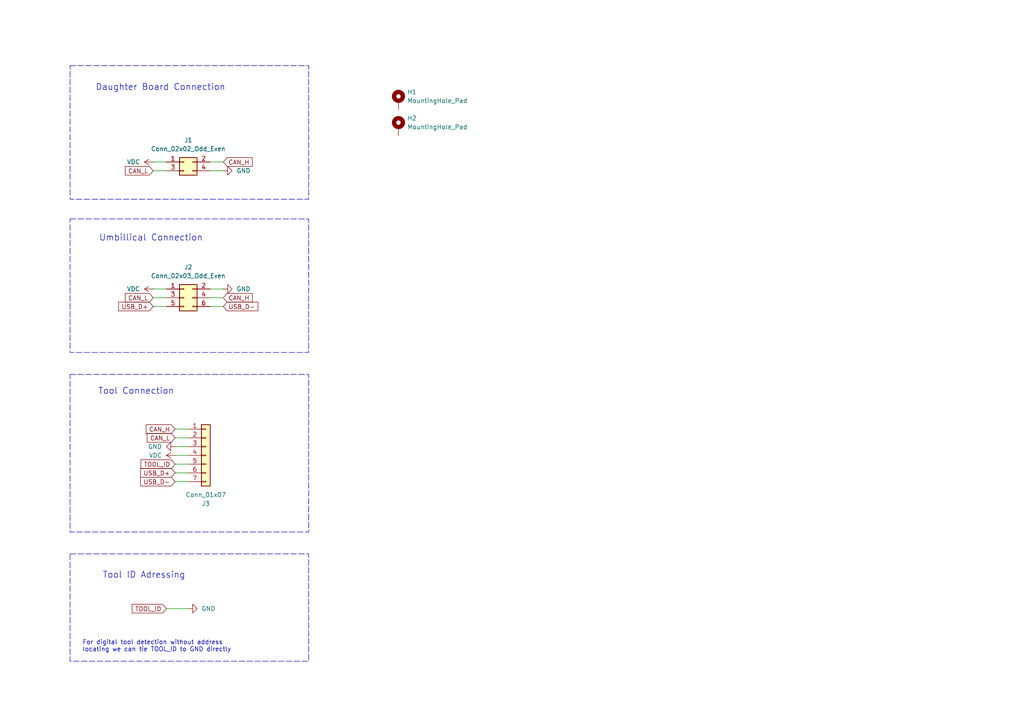
<source format=kicad_sch>
(kicad_sch (version 20250114) (generator "eeschema") (generator_version "9.0")
  (paper "A4")
  (lib_symbols
    (symbol "Connector_Generic:Conn_01x07" (pin_names (offset 1.016) (hide yes))
      (property "Reference" "J" (at 0 10.16 0))
      (property "Value" "Conn_01x07" (at 0 -10.16 0))
      (symbol "Conn_01x07_1_1"
        (rectangle (start -1.27 8.89) (end 1.27 -8.89) (stroke (width 0.254)) (fill (type background)))
        (rectangle (start -1.27 7.747) (end 0 7.493) (stroke (width 0.1524)))
        (rectangle (start -1.27 5.207) (end 0 4.953) (stroke (width 0.1524)))
        (rectangle (start -1.27 2.667) (end 0 2.413) (stroke (width 0.1524)))
        (rectangle (start -1.27 0.127) (end 0 -0.127) (stroke (width 0.1524)))
        (rectangle (start -1.27 -2.413) (end 0 -2.667) (stroke (width 0.1524)))
        (rectangle (start -1.27 -4.953) (end 0 -5.207) (stroke (width 0.1524)))
        (rectangle (start -1.27 -7.493) (end 0 -7.747) (stroke (width 0.1524)))
        (pin passive line (at -5.08 7.62 0) (length 3.81) (name "Pin_1") (number "1"))
        (pin passive line (at -5.08 5.08 0) (length 3.81) (name "Pin_2") (number "2"))
        (pin passive line (at -5.08 2.54 0) (length 3.81) (name "Pin_3") (number "3"))
        (pin passive line (at -5.08 0 0) (length 3.81) (name "Pin_4") (number "4"))
        (pin passive line (at -5.08 -2.54 0) (length 3.81) (name "Pin_5") (number "5"))
        (pin passive line (at -5.08 -5.08 0) (length 3.81) (name "Pin_6") (number "6"))
        (pin passive line (at -5.08 -7.62 0) (length 3.81) (name "Pin_7") (number "7"))
      )
    )
    (symbol "Connector_Generic:Conn_02x02_Odd_Even" (pin_names (offset 1.016) (hide yes))
      (property "Reference" "J" (at 1.27 2.54 0))
      (property "Value" "Conn_02x02_Odd_Even" (at 1.27 -5.08 0))
      (symbol "Conn_02x02_Odd_Even_1_1"
        (rectangle (start -1.27 1.27) (end 3.81 -3.81) (stroke (width 0.254)) (fill (type background)))
        (rectangle (start -1.27 0.127) (end 0 -0.127) (stroke (width 0.1524)))
        (rectangle (start -1.27 -2.413) (end 0 -2.667) (stroke (width 0.1524)))
        (rectangle (start 3.81 0.127) (end 2.54 -0.127) (stroke (width 0.1524)))
        (rectangle (start 3.81 -2.413) (end 2.54 -2.667) (stroke (width 0.1524)))
        (pin passive line (at -5.08 0 0) (length 3.81) (name "Pin_1") (number "1"))
        (pin passive line (at -5.08 -2.54 0) (length 3.81) (name "Pin_3") (number "3"))
        (pin passive line (at 7.62 0 180) (length 3.81) (name "Pin_2") (number "2"))
        (pin passive line (at 7.62 -2.54 180) (length 3.81) (name "Pin_4") (number "4"))
      )
    )
    (symbol "Connector_Generic:Conn_02x03_Odd_Even" (pin_names (offset 1.016) (hide yes))
      (property "Reference" "J" (at 1.27 5.08 0))
      (property "Value" "Conn_02x03_Odd_Even" (at 1.27 -5.08 0))
      (symbol "Conn_02x03_Odd_Even_1_1"
        (rectangle (start -1.27 3.81) (end 3.81 -3.81) (stroke (width 0.254)) (fill (type background)))
        (rectangle (start -1.27 2.667) (end 0 2.413) (stroke (width 0.1524)))
        (rectangle (start -1.27 0.127) (end 0 -0.127) (stroke (width 0.1524)))
        (rectangle (start -1.27 -2.413) (end 0 -2.667) (stroke (width 0.1524)))
        (rectangle (start 3.81 2.667) (end 2.54 2.413) (stroke (width 0.1524)))
        (rectangle (start 3.81 0.127) (end 2.54 -0.127) (stroke (width 0.1524)))
        (rectangle (start 3.81 -2.413) (end 2.54 -2.667) (stroke (width 0.1524)))
        (pin passive line (at -5.08 2.54 0) (length 3.81) (name "Pin_1") (number "1"))
        (pin passive line (at -5.08 0 0) (length 3.81) (name "Pin_3") (number "3"))
        (pin passive line (at -5.08 -2.54 0) (length 3.81) (name "Pin_5") (number "5"))
        (pin passive line (at 7.62 2.54 180) (length 3.81) (name "Pin_2") (number "2"))
        (pin passive line (at 7.62 0 180) (length 3.81) (name "Pin_4") (number "4"))
        (pin passive line (at 7.62 -2.54 180) (length 3.81) (name "Pin_6") (number "6"))
      )
    )
    (symbol "Mechanical:MountingHole_Pad" (pin_numbers (hide yes)) (pin_names (offset 1.016) (hide yes)) (in_bom no)
      (property "Reference" "H" (at 0 6.35 0))
      (property "Value" "MountingHole_Pad" (at 0 4.445 0))
      (symbol "MountingHole_Pad_0_1"
        (circle (center 0 1.27) (radius 1.27) (stroke (width 1.27)))
      )
      (symbol "MountingHole_Pad_1_1"
        (pin input line (at 0 -2.54 90) (length 2.54) (name "1") (number "1"))
      )
    )
    (symbol "power:GND" (power) (pin_numbers (hide yes)) (pin_names (offset 0) (hide yes))
      (property "Value" "GND" (at 0 -3.81 0))
      (symbol "GND_0_1"
        (polyline (pts (xy 0 0) (xy 0 -1.27) (xy 1.27 -1.27) (xy 0 -2.54) (xy -1.27 -1.27) (xy 0 -1.27)))
      )
      (symbol "GND_1_1"
        (pin power_in line (at 0 0 270) (length 0) (name "~") (number "1"))
      )
    )
    (symbol "power:VDC" (power) (pin_numbers (hide yes)) (pin_names (offset 0) (hide yes))
      (property "Value" "VDC" (at 0 3.556 0))
      (symbol "VDC_0_1"
        (polyline (pts (xy -0.762 1.27) (xy 0 2.54)))
        (polyline (pts (xy 0 2.54) (xy 0.762 1.27)))
        (polyline (pts (xy 0 0) (xy 0 2.54)))
      )
      (symbol "VDC_1_1"
        (pin power_in line (at 0 0 90) (length 0) (name "~") (number "1"))
      )
    )
  )
  (rectangle (start 20.32 19.05) (end 89.535 57.785) (stroke (width 0) (type dash)))
  (rectangle (start 20.32 160.655) (end 89.535 191.77) (stroke (width 0) (type dash)))
  (rectangle (start 20.32 63.5) (end 89.535 102.235) (stroke (width 0) (type dash)))
  (rectangle (start 20.32 108.585) (end 89.535 154.305) (stroke (width 0) (type dash)))
  (text "Daughter Board Connection" (at 27.686 25.4 0) (effects (font (size 1.8034 1.8034)) (justify left)))
  (text "Umbillical Connection" (at 28.702 69.088 0) (effects (font (size 1.8034 1.8034)) (justify left)))
  (text "For digital tool detection without address\nlocating we can tie TOOL_ID to GND directly" (at 23.876 187.452 0) (effects (font (size 1.27 1.27)) (justify left)))
  (text "Tool Connection" (at 28.448 113.538 0) (effects (font (size 1.8034 1.8034)) (justify left)))
  (text "Tool ID Adressing" (at 29.718 166.878 0) (effects (font (size 1.8034 1.8034)) (justify left)))
  (wire (pts (xy 44.45 86.36) (xy 48.26 86.36)))
  (wire (pts (xy 50.8 139.7) (xy 54.61 139.7)))
  (wire (pts (xy 64.77 86.36) (xy 60.96 86.36)))
  (wire (pts (xy 50.8 132.08) (xy 54.61 132.08)))
  (wire (pts (xy 50.8 137.16) (xy 54.61 137.16)))
  (wire (pts (xy 64.77 49.53) (xy 60.96 49.53)))
  (wire (pts (xy 64.77 83.82) (xy 60.96 83.82)))
  (wire (pts (xy 44.45 83.82) (xy 48.26 83.82)))
  (wire (pts (xy 54.61 127) (xy 50.8 127)))
  (wire (pts (xy 44.45 88.9) (xy 48.26 88.9)))
  (wire (pts (xy 64.77 88.9) (xy 60.96 88.9)))
  (wire (pts (xy 50.8 124.46) (xy 54.61 124.46)))
  (wire (pts (xy 48.26 176.53) (xy 54.61 176.53)))
  (wire (pts (xy 60.96 46.99) (xy 64.77 46.99)))
  (wire (pts (xy 50.8 129.54) (xy 54.61 129.54)))
  (wire (pts (xy 50.8 134.62) (xy 54.61 134.62)))
  (wire (pts (xy 44.45 49.53) (xy 48.26 49.53)))
  (wire (pts (xy 44.45 46.99) (xy 48.26 46.99)))
  (global_label "CAN_H" (shape input) (at 64.77 46.99 0) (property "Intersheetrefs" "${INTERSHEET_REFS}" (effects (hide yes))))
  (global_label "CAN_H" (shape input) (at 64.77 86.36 0) (property "Intersheetrefs" "${INTERSHEET_REFS}" (effects (hide yes))))
  (global_label "CAN_L" (shape input) (at 44.45 49.53 180) (property "Intersheetrefs" "${INTERSHEET_REFS}" (effects (hide yes))))
  (global_label "CAN_L" (shape input) (at 50.8 127 180) (property "Intersheetrefs" "${INTERSHEET_REFS}" (effects (hide yes))))
  (global_label "USB_D-" (shape input) (at 64.77 88.9 0) (property "Intersheetrefs" "${INTERSHEET_REFS}" (effects (hide yes))))
  (global_label "USB_D+" (shape input) (at 44.45 88.9 180) (property "Intersheetrefs" "${INTERSHEET_REFS}" (effects (hide yes))))
  (global_label "USB_D+" (shape input) (at 50.8 137.16 180) (property "Intersheetrefs" "${INTERSHEET_REFS}" (effects (hide yes))))
  (global_label "TOOL_ID" (shape input) (at 50.8 134.62 180) (property "Intersheetrefs" "${INTERSHEET_REFS}" (effects (hide yes))))
  (global_label "CAN_L" (shape input) (at 44.45 86.36 180) (property "Intersheetrefs" "${INTERSHEET_REFS}" (effects (hide yes))))
  (global_label "CAN_H" (shape input) (at 50.8 124.46 180) (property "Intersheetrefs" "${INTERSHEET_REFS}" (effects (hide yes))))
  (global_label "USB_D-" (shape input) (at 50.8 139.7 180) (property "Intersheetrefs" "${INTERSHEET_REFS}" (effects (hide yes))))
  (global_label "TOOL_ID" (shape input) (at 48.26 176.53 180) (property "Intersheetrefs" "${INTERSHEET_REFS}" (effects (hide yes))))
  (symbol (lib_id "Connector_Generic:Conn_02x02_Odd_Even") (at 53.34 46.99 0) (unit 1)
    (property "Reference" "J1" (at 54.61 40.64 0))
    (property "Value" "Conn_02x02_Odd_Even" (at 54.61 43.18 0))
    (property "Footprint" "Connector_PinSocket_2.54mm:PinSocket_2x02_P2.54mm_Vertical" (effects (hide yes)))
    (property "Description" "Generic connector, double row, 02x02, odd/even pin numbering scheme (row 1 odd numbers, row 2 even numbers), script generated (kicad-library-utils/schlib/autogen/connector/)" (effects (hide yes)))
  )
  (symbol (lib_id "power:VDC") (at 44.45 46.99 90) (unit 1)
    (property "Reference" "#PWR02" (effects (hide yes)))
    (property "Value" "VDC" (at 40.64 46.9899 90) (effects (justify left)))
    (property "Description" "Power symbol creates a global label with name \"VDC\"" (effects (hide yes)))
  )
  (symbol (lib_id "power:GND") (at 54.61 176.53 90) (unit 1)
    (property "Reference" "#PWR07" (effects (hide yes)))
    (property "Value" "GND" (at 58.42 176.5299 90) (effects (justify right)))
    (property "Description" "Power symbol creates a global label with name \"GND\" , ground" (effects (hide yes)))
  )
  (symbol (lib_id "power:GND") (at 64.77 49.53 90) (unit 1)
    (property "Reference" "#PWR01" (effects (hide yes)))
    (property "Value" "GND" (at 68.58 49.5299 90) (effects (justify right)))
    (property "Description" "Power symbol creates a global label with name \"GND\" , ground" (effects (hide yes)))
  )
  (symbol (lib_id "power:GND") (at 64.77 83.82 90) (unit 1)
    (property "Reference" "#PWR04" (effects (hide yes)))
    (property "Value" "GND" (at 68.58 83.8199 90) (effects (justify right)))
    (property "Description" "Power symbol creates a global label with name \"GND\" , ground" (effects (hide yes)))
  )
  (symbol (lib_id "Mechanical:MountingHole_Pad") (at 115.57 29.21 0) (unit 1) (in_bom no)
    (property "Reference" "H1" (at 118.11 26.6699 0) (effects (justify left)))
    (property "Value" "MountingHole_Pad" (at 118.11 29.2099 0) (effects (justify left)))
    (property "Footprint" "MountingHole:MountingHole_2.2mm_M2_Pad_Via" (effects (hide yes)))
    (property "Description" "Mounting Hole with connection" (effects (hide yes)))
  )
  (symbol (lib_id "Mechanical:MountingHole_Pad") (at 115.57 36.83 0) (unit 1) (in_bom no)
    (property "Reference" "H2" (at 118.11 34.2899 0) (effects (justify left)))
    (property "Value" "MountingHole_Pad" (at 118.11 36.8299 0) (effects (justify left)))
    (property "Footprint" "MountingHole:MountingHole_2.2mm_M2_Pad_Via" (effects (hide yes)))
    (property "Description" "Mounting Hole with connection" (effects (hide yes)))
  )
  (symbol (lib_id "power:VDC") (at 50.8 132.08 90) (unit 1)
    (property "Reference" "#PWR05" (effects (hide yes)))
    (property "Value" "VDC" (at 46.99 132.0801 90) (effects (justify left)))
    (property "Description" "Power symbol creates a global label with name \"VDC\"" (effects (hide yes)))
  )
  (symbol (lib_id "power:VDC") (at 44.45 83.82 90) (unit 1)
    (property "Reference" "#PWR03" (effects (hide yes)))
    (property "Value" "VDC" (at 40.64 83.8199 90) (effects (justify left)))
    (property "Description" "Power symbol creates a global label with name \"VDC\"" (effects (hide yes)))
  )
  (symbol (lib_id "Connector_Generic:Conn_01x07") (at 59.69 132.08 0) (unit 1)
    (property "Reference" "J3" (at 59.69 146.05 0))
    (property "Value" "Conn_01x07" (at 59.69 143.51 0))
    (property "Footprint" "Vortac:mill-max-0881-1-15-20-82-14-11-0_LandingPads_Simple" (effects (hide yes)))
    (property "Description" "Generic connector, single row, 01x07, script generated (kicad-library-utils/schlib/autogen/connector/)" (effects (hide yes)))
  )
  (symbol (lib_id "Connector_Generic:Conn_02x03_Odd_Even") (at 53.34 86.36 0) (unit 1)
    (property "Reference" "J2" (at 54.61 77.47 0))
    (property "Value" "Conn_02x03_Odd_Even" (at 54.61 80.01 0))
    (property "Footprint" "Vortac:Molex_Micro-Fit_3.0_43045-0612_2x03_P3.00mm_Vertical" (effects (hide yes)))
    (property "Description" "Generic connector, double row, 02x03, odd/even pin numbering scheme (row 1 odd numbers, row 2 even numbers), script generated (kicad-library-utils/schlib/autogen/connector/)" (effects (hide yes)))
  )
  (symbol (lib_id "power:GND") (at 50.8 129.54 270) (unit 1)
    (property "Reference" "#PWR06" (effects (hide yes)))
    (property "Value" "GND" (at 46.99 129.5401 90) (effects (justify right)))
    (property "Description" "Power symbol creates a global label with name \"GND\" , ground" (effects (hide yes)))
  )
)
</source>
